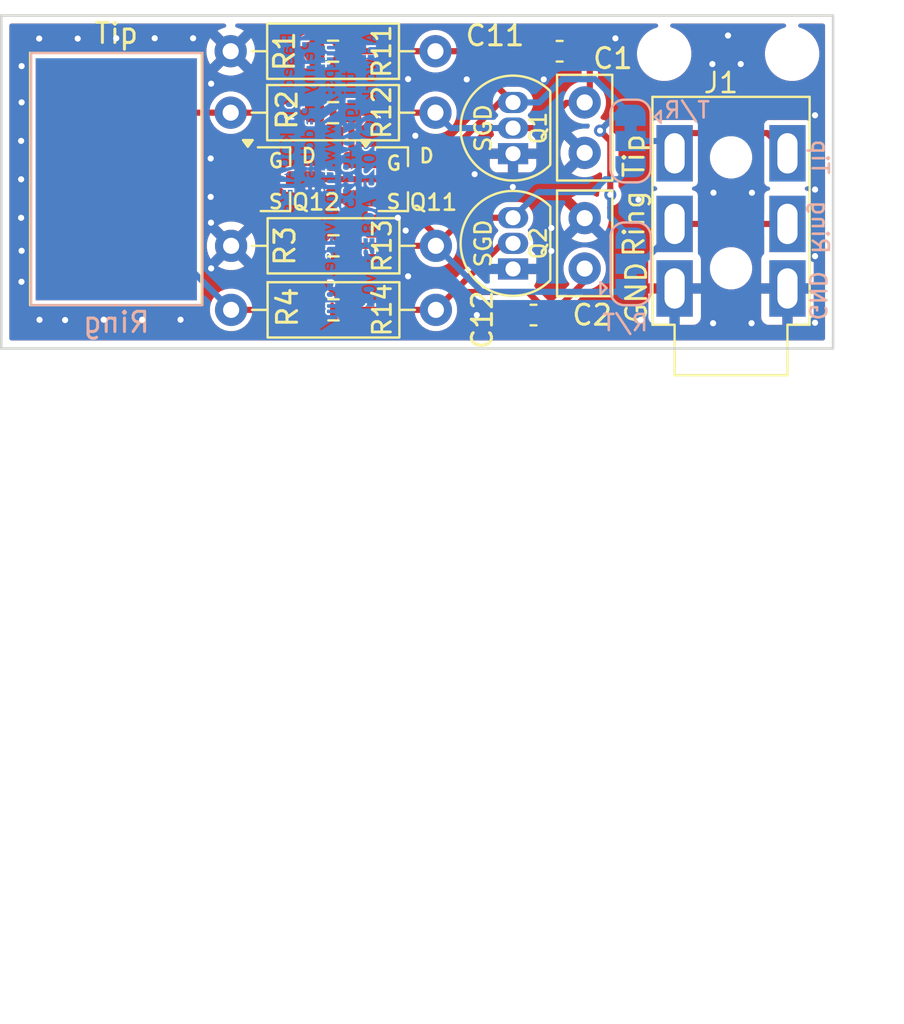
<source format=kicad_pcb>
(kicad_pcb (version 20241229) (generator "pcbnew") (generator_version "9.0")
  (title_block (title "Paddle Keyer") (date "2025-10-31") (rev "0.1") (comment 1 "https://www.thingiverse.com/thing:7049323") (comment 2 "Based on KD9AIE's 'Penny Paddles':") (comment 3 "Artwork (C)2025 AC8ES"))
  (layers (0 "F.Cu" signal) (2 "B.Cu" signal) (13 "F.Paste" user) (15 "B.Paste" user) (5 "F.SilkS" user "F.Silkscreen") (7 "B.SilkS" user "B.Silkscreen") (1 "F.Mask" user) (3 "B.Mask" user) (25 "Edge.Cuts" user))
  (net 0 "")
  (net 1 "GND")
  (net 2 "/Tip")
  (net 3 "/Ring")
  (net 4 "/G1")
  (net 5 "/G2")
  (net 6 "/TP1")
  (net 7 "/TP2")
  (net 8 "/TipSel")
  (net 9 "/RingSel")
  (footprint "Resistor_THT:R_Axial_DIN0207_L6.3mm_D2.5mm_P10.16mm_Horizontal" (layer "F.Cu") (at 153.017569 90.928163 180)
    (property "Reference" "R3" (at 7.493 0 90) (layer "F.SilkS"))
    (property "Value" "10M" (hide yes))
    (fp_line (start 9.12 0) (end 8.35 0) (stroke (width 0.12)) (layer "F.SilkS"))
    (fp_line (start 1.04 0) (end 1.81 0) (stroke (width 0.12)) (layer "F.SilkS"))
    (fp_rect (start 1.81 -1.37) (end 8.35 1.37) (stroke (width 0.12)) (fill no) (layer "F.SilkS"))
    (pad "1" thru_hole circle (at 0 0 180) (size 1.6 1.6) (drill 0.8) (layers "*.Cu" "*.Mask") (net 3 "/Ring"))
    (pad "2" thru_hole circle (at 10.16 0 180) (size 1.6 1.6) (drill 0.8) (layers "*.Cu" "*.Mask") (net 1 "GND"))
  )
  (footprint "Resistor_THT:R_Axial_DIN0207_L6.3mm_D2.5mm_P10.16mm_Horizontal" (layer "F.Cu") (at 152.996155 81.28 180)
    (property "Reference" "R1" (at 7.493 0 90) (layer "F.SilkS"))
    (property "Value" "10M" (hide yes))
    (fp_line (start 9.12 0) (end 8.35 0) (stroke (width 0.12)) (layer "F.SilkS"))
    (fp_line (start 1.04 0) (end 1.81 0) (stroke (width 0.12)) (layer "F.SilkS"))
    (fp_rect (start 1.81 -1.37) (end 8.35 1.37) (stroke (width 0.12)) (fill no) (layer "F.SilkS"))
    (pad "1" thru_hole circle (at 0 0 180) (size 1.6 1.6) (drill 0.8) (layers "*.Cu" "*.Mask") (net 2 "/Tip"))
    (pad "2" thru_hole circle (at 10.16 0 180) (size 1.6 1.6) (drill 0.8) (layers "*.Cu" "*.Mask") (net 1 "GND"))
  )
  (footprint "Resistor_SMD:R_0603_1608Metric_Pad0.98x0.95mm_HandSolder" (layer "F.Cu") (at 147.916155 81.28 180)
    (property "Reference" "R11" (at -2.413 0 90) (layer "F.SilkS") (effects (font (size 0.9 0.9) (thickness 0.14))))
    (property "Value" "10M" (hide yes))
    (fp_line (start -0.254724 0.5225) (end 0.254724 0.5225) (stroke (width 0.12)) (layer "F.SilkS"))
    (fp_line (start -0.254724 -0.5225) (end 0.254724 -0.5225) (stroke (width 0.12)) (layer "F.SilkS"))
    (pad "1" smd roundrect (at -0.9125 0 180) (size 0.975 0.95) (layers "F.Cu" "F.Mask" "F.Paste") (net 2 "/Tip"))
    (pad "2" smd roundrect (at 0.9125 0 180) (size 0.975 0.95) (layers "F.Cu" "F.Mask" "F.Paste") (net 1 "GND"))
  )
  (footprint "Capacitor_THT:C_Disc_D5.0mm_W2.5mm_P2.50mm" (layer "F.Cu") (at 160.401 92.055 90)
    (property "Reference" "C2" (at -2.306 0.369551 180) (layer "F.SilkS"))
    (property "Value" "330p" (hide yes))
    (fp_line (start 3.87 -1.37) (end 3.87 1.37) (stroke (width 0.12)) (layer "F.SilkS"))
    (fp_line (start -1.37 -1.37) (end 3.87 -1.37) (stroke (width 0.12)) (layer "F.SilkS"))
    (fp_line (start 3.87 1.37) (end -1.37 1.37) (stroke (width 0.12)) (layer "F.SilkS"))
    (fp_line (start -1.37 1.37) (end -1.37 -1.37) (stroke (width 0.12)) (layer "F.SilkS"))
    (pad "1" thru_hole circle (at 0 0 90) (size 1.6 1.6) (drill 0.8) (layers "*.Cu" "*.Mask") (net 5 "/G2"))
    (pad "2" thru_hole circle (at 2.5 0 90) (size 1.6 1.6) (drill 0.8) (layers "*.Cu" "*.Mask") (net 1 "GND"))
  )
  (footprint "Capacitor_SMD:C_0603_1608Metric_Pad1.08x0.95mm_HandSolder" (layer "F.Cu") (at 159.1575 81.28 180)
    (property "Reference" "C11" (at 3.206805 0.772131 180) (layer "F.SilkS"))
    (property "Value" "330p" (hide yes))
    (fp_line (start -0.146267 0.51) (end 0.146267 0.51) (stroke (width 0.12)) (layer "F.SilkS"))
    (fp_line (start -0.146267 -0.51) (end 0.146267 -0.51) (stroke (width 0.12)) (layer "F.SilkS"))
    (pad "1" smd roundrect (at -0.8625 0 180) (size 1.075 0.95) (layers "F.Cu" "F.Mask" "F.Paste") (net 4 "/G1"))
    (pad "2" smd roundrect (at 0.8625 0 180) (size 1.075 0.95) (layers "F.Cu" "F.Mask" "F.Paste") (net 1 "GND"))
  )
  (footprint "Resistor_THT:R_Axial_DIN0207_L6.3mm_D2.5mm_P10.16mm_Horizontal" (layer "F.Cu") (at 142.836155 84.326417)
    (property "Reference" "R2" (at 2.794 -0.14 90) (layer "F.SilkS"))
    (property "Value" "1M" (hide yes))
    (fp_line (start 1.04 0) (end 1.81 0) (stroke (width 0.12)) (layer "F.SilkS"))
    (fp_line (start 9.12 0) (end 8.35 0) (stroke (width 0.12)) (layer "F.SilkS"))
    (fp_rect (start 1.81 -1.37) (end 8.35 1.37) (stroke (width 0.12)) (fill no) (layer "F.SilkS"))
    (pad "1" thru_hole circle (at 0 0) (size 1.6 1.6) (drill 0.8) (layers "*.Cu" "*.Mask") (net 6 "/TP1"))
    (pad "2" thru_hole circle (at 10.16 0) (size 1.6 1.6) (drill 0.8) (layers "*.Cu" "*.Mask") (net 4 "/G1"))
  )
  (footprint "ac8es:TO-92_Inline_SGD" (layer "F.Cu") (at 156.845 86.36 90)
    (property "Reference" "Q1" (at 1.27 1.256187 90) (layer "F.SilkS") (effects (font (size 0.8 0.8) (thickness 0.13))))
    (property "Value" "2N7000")
    (fp_line (start -0.53 1.85) (end 3.07 1.85) (stroke (width 0.12)) (layer "F.SilkS"))
    (fp_arc (start 1.27 -2.6) (mid 3.672087 -0.994977) (end 3.108478 1.838478) (stroke (width 0.12)) (layer "F.SilkS"))
    (fp_arc (start -0.568478 1.838478) (mid -1.132087 -0.994977) (end 1.27 -2.6) (stroke (width 0.12)) (layer "F.SilkS"))
    (fp_text user "SGD" (at -0.000148 -1.009843 90) (layer "F.SilkS") (effects (font (size 0.8 0.8) (thickness 0.13)) (justify left bottom)))
    (pad "1" thru_hole rect (at 0 0 90) (size 1.05 1.5) (drill 0.75) (layers "*.Cu" "*.Mask") (net 1 "GND"))
    (pad "2" thru_hole oval (at 1.27 0 90) (size 1.05 1.5) (drill 0.75) (layers "*.Cu" "*.Mask") (net 4 "/G1"))
    (pad "3" thru_hole oval (at 2.54 0 90) (size 1.05 1.5) (drill 0.75) (layers "*.Cu" "*.Mask") (net 2 "/Tip"))
  )
  (footprint "Resistor_SMD:R_0603_1608Metric_Pad0.98x0.95mm_HandSolder" (layer "F.Cu") (at 147.937569 90.928163 180)
    (property "Reference" "R13" (at -2.413 0 90) (layer "F.SilkS") (effects (font (size 0.9 0.9) (thickness 0.14))))
    (property "Value" "10M" (hide yes))
    (fp_line (start -0.254724 0.5225) (end 0.254724 0.5225) (stroke (width 0.12)) (layer "F.SilkS"))
    (fp_line (start -0.254724 -0.5225) (end 0.254724 -0.5225) (stroke (width 0.12)) (layer "F.SilkS"))
    (pad "1" smd roundrect (at -0.9125 0 180) (size 0.975 0.95) (layers "F.Cu" "F.Mask" "F.Paste") (net 3 "/Ring"))
    (pad "2" smd roundrect (at 0.9125 0 180) (size 0.975 0.95) (layers "F.Cu" "F.Mask" "F.Paste") (net 1 "GND"))
  )
  (footprint "ac8es:Jack_3.5mm_AliExpress_Horizontal" (layer "F.Cu") (at 167.662733 93.042 180)
    (property "Reference" "J1" (at 0.499535 10.196 0) (layer "F.SilkS") (effects (font (thickness 0.13))))
    (property "Value" "PJ-313" (hide yes))
    (fp_line (start 3.9 9.5) (end -3.9 9.5) (stroke (width 0.12)) (layer "F.SilkS"))
    (fp_line (start 3.9 -1.8) (end 3.9 9.5) (stroke (width 0.12)) (layer "F.SilkS"))
    (fp_line (start 3.9 -1.8) (end 2.8 -1.8) (stroke (width 0.12)) (layer "F.SilkS"))
    (fp_line (start 2.8 -4.3) (end 2.8 -1.8) (stroke (width 0.12)) (layer "F.SilkS"))
    (fp_line (start 2.8 -4.3) (end -2.8 -4.3) (stroke (width 0.12)) (layer "F.SilkS"))
    (fp_line (start -2.8 -1.8) (end -3.9 -1.8) (stroke (width 0.12)) (layer "F.SilkS"))
    (fp_line (start -2.8 -4.3) (end -2.8 -1.8) (stroke (width 0.12)) (layer "F.SilkS"))
    (fp_line (start -3.9 -1.8) (end -3.9 9.5) (stroke (width 0.12)) (layer "F.SilkS"))
    (pad "" np_thru_hole circle (at 0 1 180) (size 1.6 1.6) (drill 1.6) (layers "*.Cu" "*.Mask"))
    (pad "" np_thru_hole circle (at 0 6.5 180) (size 1.6 1.6) (drill 1.6) (layers "*.Cu" "*.Mask"))
    (pad "R" thru_hole rect (at -2.8 3.2 270) (size 2.8 1.8) (drill oval 2 1) (layers "*.Cu" "*.Mask") (net 9 "/RingSel"))
    (pad "R" thru_hole rect (at 2.8 3.2 270) (size 2.8 1.8) (drill oval 2 1) (layers "*.Cu" "*.Mask") (net 9 "/RingSel"))
    (pad "S" thru_hole rect (at -2.8 0 270) (size 2.8 1.8) (drill oval 2 1) (layers "*.Cu" "*.Mask") (net 1 "GND"))
    (pad "S" thru_hole rect (at 2.8 0 270) (size 2.8 1.8) (drill oval 2 1) (layers "*.Cu" "*.Mask") (net 1 "GND"))
    (pad "T" thru_hole rect (at -2.8 6.7 270) (size 2.8 1.8) (drill oval 2 1) (layers "*.Cu" "*.Mask") (net 8 "/TipSel"))
    (pad "T" thru_hole rect (at 2.8 6.7 270) (size 2.8 1.8) (drill oval 2 1) (layers "*.Cu" "*.Mask") (net 8 "/TipSel"))
  )
  (footprint "Resistor_SMD:R_0603_1608Metric_Pad0.98x0.95mm_HandSolder" (layer "F.Cu") (at 147.916155 84.326417)
    (property "Reference" "R12" (at 2.413 -0.013 90) (layer "F.SilkS") (effects (font (size 0.9 0.9) (thickness 0.14))))
    (property "Value" "1M" (hide yes))
    (fp_line (start -0.254724 -0.5225) (end 0.254724 -0.5225) (stroke (width 0.12)) (layer "F.SilkS"))
    (fp_line (start -0.254724 0.5225) (end 0.254724 0.5225) (stroke (width 0.12)) (layer "F.SilkS"))
    (pad "1" smd roundrect (at -0.9125 0) (size 0.975 0.95) (layers "F.Cu" "F.Mask" "F.Paste") (net 6 "/TP1"))
    (pad "2" smd roundrect (at 0.9125 0) (size 0.975 0.95) (layers "F.Cu" "F.Mask" "F.Paste") (net 4 "/G1"))
  )
  (footprint "ac8es:TO-92_Inline_SGD" (layer "F.Cu") (at 156.845 92.075 90)
    (property "Reference" "Q2" (at 1.27 1.256974 90) (layer "F.SilkS") (effects (font (size 0.8 0.8) (thickness 0.13))))
    (property "Value" "2N7000")
    (fp_line (start -0.53 1.85) (end 3.07 1.85) (stroke (width 0.12)) (layer "F.SilkS"))
    (fp_arc (start 1.27 -2.6) (mid 3.672087 -0.994977) (end 3.108478 1.838478) (stroke (width 0.12)) (layer "F.SilkS"))
    (fp_arc (start -0.568478 1.838478) (mid -1.132087 -0.994977) (end 1.27 -2.6) (stroke (width 0.12)) (layer "F.SilkS"))
    (fp_text user "SGD" (at -0.000148 -1.009843 90) (layer "F.SilkS") (effects (font (size 0.8 0.8) (thickness 0.13)) (justify left bottom)))
    (pad "1" thru_hole rect (at 0 0 90) (size 1.05 1.5) (drill 0.75) (layers "*.Cu" "*.Mask") (net 1 "GND"))
    (pad "2" thru_hole oval (at 1.27 0 90) (size 1.05 1.5) (drill 0.75) (layers "*.Cu" "*.Mask") (net 5 "/G2"))
    (pad "3" thru_hole oval (at 2.54 0 90) (size 1.05 1.5) (drill 0.75) (layers "*.Cu" "*.Mask") (net 3 "/Ring"))
  )
  (footprint "Resistor_SMD:R_0603_1608Metric_Pad0.98x0.95mm_HandSolder" (layer "F.Cu") (at 147.937569 94.103163)
    (property "Reference" "R14" (at 2.413 0 90) (layer "F.SilkS") (effects (font (size 0.9 0.9) (thickness 0.14))))
    (property "Value" "1M" (hide yes))
    (fp_line (start -0.254724 -0.5225) (end 0.254724 -0.5225) (stroke (width 0.12)) (layer "F.SilkS"))
    (fp_line (start -0.254724 0.5225) (end 0.254724 0.5225) (stroke (width 0.12)) (layer "F.SilkS"))
    (pad "1" smd roundrect (at -0.9125 0) (size 0.975 0.95) (layers "F.Cu" "F.Mask" "F.Paste") (net 7 "/TP2"))
    (pad "2" smd roundrect (at 0.9125 0) (size 0.975 0.95) (layers "F.Cu" "F.Mask" "F.Paste") (net 5 "/G2"))
  )
  (footprint "ac8es:SOT-23_MOSFET_GSD_Handsoldering" (layer "F.Cu") (at 145.026388 87.6255)
    (property "Reference" "Q12" (at 2.039612 1.135701 0) (layer "F.SilkS") (effects (font (size 0.8 0.8) (thickness 0.13))))
    (property "Value" "Si2300")
    (fp_line (start -0.04 -1.58) (end -0.84 -1.58) (stroke (width 0.12)) (layer "F.SilkS"))
    (fp_line (start -0.04 -1.58) (end 0.76 -1.58) (stroke (width 0.12)) (layer "F.SilkS"))
    (fp_line (start 0.76 -1.58) (end 0.76 -0.65) (stroke (width 0.12)) (layer "F.SilkS"))
    (fp_line (start 0.76 1.58) (end -0.7 1.58) (stroke (width 0.12)) (layer "F.SilkS"))
    (fp_line (start 0.76 1.58) (end 0.76 0.65) (stroke (width 0.12)) (layer "F.SilkS"))
    (fp_poly (pts (xy -1.34 -1.61) (xy -1.58 -1.94) (xy -1.1 -1.94) (xy -1.34 -1.61)) (stroke (width 0.12)) (fill yes) (layer "F.SilkS"))
    (fp_text user "D" (at 1.25 -0.75 0) (layer "F.SilkS") (effects (font (size 0.7 0.7) (thickness 0.13) (bold yes)) (justify left bottom)))
    (fp_text user "S" (at -0.373388 1.528482 0) (layer "F.SilkS") (effects (font (size 0.7 0.7) (thickness 0.13) (bold yes)) (justify left bottom)))
    (fp_text user "G" (at -0.382567 -0.5035 0) (layer "F.SilkS") (effects (font (size 0.7 0.7) (thickness 0.13) (bold yes)) (justify left bottom)))
    (pad "1" smd roundrect (at -1.5 -0.95) (size 1.9 0.8) (layers "F.Cu" "F.Mask" "F.Paste") (net 5 "/G2"))
    (pad "2" smd roundrect (at -1.5 0.95) (size 1.9 0.8) (layers "F.Cu" "F.Mask" "F.Paste") (net 1 "GND"))
    (pad "3" smd roundrect (at 1.5 0) (size 1.9 0.8) (layers "F.Cu" "F.Mask" "F.Paste") (net 3 "/Ring"))
  )
  (footprint "ac8es:SOT-23_MOSFET_GSD_Handsoldering" (layer "F.Cu") (at 150.873918 87.6255)
    (property "Reference" "Q11" (at 2.0193 1.1475 0) (layer "F.SilkS") (effects (font (size 0.8 0.8) (thickness 0.13))))
    (property "Value" "Si2300")
    (fp_line (start -0.04 -1.58) (end -0.84 -1.58) (stroke (width 0.12)) (layer "F.SilkS"))
    (fp_line (start -0.04 -1.58) (end 0.76 -1.58) (stroke (width 0.12)) (layer "F.SilkS"))
    (fp_line (start 0.76 -1.58) (end 0.76 -0.65) (stroke (width 0.12)) (layer "F.SilkS"))
    (fp_line (start 0.76 1.58) (end -0.7 1.58) (stroke (width 0.12)) (layer "F.SilkS"))
    (fp_line (start 0.76 1.58) (end 0.76 0.65) (stroke (width 0.12)) (layer "F.SilkS"))
    (fp_poly (pts (xy -1.34 -1.61) (xy -1.58 -1.94) (xy -1.1 -1.94) (xy -1.34 -1.61)) (stroke (width 0.12)) (fill yes) (layer "F.SilkS"))
    (fp_text user "D" (at 1.25 -0.75 0) (layer "F.SilkS") (effects (font (size 0.7 0.7) (thickness 0.13) (bold yes)) (justify left bottom)))
    (fp_text user "G" (at -0.37913 -0.3765 0) (layer "F.SilkS") (effects (font (size 0.7 0.7) (thickness 0.13) (bold yes)) (justify left bottom)))
    (fp_text user "S" (at -0.378918 1.528288 0) (layer "F.SilkS") (effects (font (size 0.7 0.7) (thickness 0.13) (bold yes)) (justify left bottom)))
    (pad "1" smd roundrect (at -1.5 -0.95) (size 1.9 0.8) (layers "F.Cu" "F.Mask" "F.Paste") (net 4 "/G1"))
    (pad "2" smd roundrect (at -1.5 0.95) (size 1.9 0.8) (layers "F.Cu" "F.Mask" "F.Paste") (net 1 "GND"))
    (pad "3" smd roundrect (at 1.5 0) (size 1.9 0.8) (layers "F.Cu" "F.Mask" "F.Paste") (net 2 "/Tip"))
  )
  (footprint "Capacitor_THT:C_Disc_D5.0mm_W2.5mm_P2.50mm" (layer "F.Cu") (at 160.401 83.82 -90)
    (property "Reference" "C1" (at -2.179 -1.397 180) (layer "F.SilkS"))
    (property "Value" "330p" (hide yes))
    (fp_line (start -1.37 1.37) (end -1.37 -1.37) (stroke (width 0.12)) (layer "F.SilkS"))
    (fp_line (start 3.87 1.37) (end -1.37 1.37) (stroke (width 0.12)) (layer "F.SilkS"))
    (fp_line (start -1.37 -1.37) (end 3.87 -1.37) (stroke (width 0.12)) (layer "F.SilkS"))
    (fp_line (start 3.87 -1.37) (end 3.87 1.37) (stroke (width 0.12)) (layer "F.SilkS"))
    (pad "1" thru_hole circle (at 0 0 270) (size 1.6 1.6) (drill 0.8) (layers "*.Cu" "*.Mask") (net 4 "/G1"))
    (pad "2" thru_hole circle (at 2.5 0 270) (size 1.6 1.6) (drill 0.8) (layers "*.Cu" "*.Mask") (net 1 "GND"))
  )
  (footprint "MountingHole:MountingHole_2.2mm_M2_DIN965" (layer "F.Cu") (at 164.34562 81.407)
    (property "Reference" "H1" (hide yes))
    (property "Value" "M2.2" (hide yes))
    (pad "" np_thru_hole circle (at 0 0) (size 2.2 2.2) (drill 2.2) (layers "*.Cu" "*.Mask"))
  )
  (footprint "ac8es:TestPoint_Pad_8.0x12.0mm" (layer "F.Cu") (at 137.159474 87.63)
    (property "Reference" "TP1" (hide yes))
    (property "Value" "Tip" (at 0.000526 -7.239414 0) (layer "F.SilkS"))
    (fp_rect (start -4.274267 -6.263183) (end 4.225733 6.236817) (stroke (width 0.12)) (fill no) (layer "F.SilkS"))
    (pad "1" smd rect (at 0 0) (size 8 12) (layers "F.Cu" "F.Mask") (net 6 "/TP1"))
  )
  (footprint "Resistor_THT:R_Axial_DIN0207_L6.3mm_D2.5mm_P10.16mm_Horizontal" (layer "F.Cu") (at 142.857569 94.103163)
    (property "Reference" "R4" (at 2.794 -0.127 90) (layer "F.SilkS"))
    (property "Value" "1M" (hide yes))
    (fp_line (start 1.04 0) (end 1.81 0) (stroke (width 0.12)) (layer "F.SilkS"))
    (fp_line (start 9.12 0) (end 8.35 0) (stroke (width 0.12)) (layer "F.SilkS"))
    (fp_rect (start 1.81 -1.37) (end 8.35 1.37) (stroke (width 0.12)) (fill no) (layer "F.SilkS"))
    (pad "1" thru_hole circle (at 0 0) (size 1.6 1.6) (drill 0.8) (layers "*.Cu" "*.Mask") (net 7 "/TP2"))
    (pad "2" thru_hole circle (at 10.16 0) (size 1.6 1.6) (drill 0.8) (layers "*.Cu" "*.Mask") (net 5 "/G2"))
  )
  (footprint "MountingHole:MountingHole_2.2mm_M2_DIN965" (layer "F.Cu") (at 170.69531 81.407)
    (property "Reference" "H2" (hide yes))
    (property "Value" "M2.2" (hide yes))
    (pad "" np_thru_hole circle (at 0 0) (size 2.2 2.2) (drill 2.2) (layers "*.Cu" "*.Mask"))
  )
  (footprint "Capacitor_SMD:C_0603_1608Metric_Pad1.08x0.95mm_HandSolder" (layer "F.Cu") (at 157.861 94.361 180)
    (property "Reference" "C12" (at 2.54 -0.233186 270) (layer "F.SilkS"))
    (property "Value" "330p" (hide yes))
    (fp_line (start -0.146267 0.51) (end 0.146267 0.51) (stroke (width 0.12)) (layer "F.SilkS"))
    (fp_line (start -0.146267 -0.51) (end 0.146267 -0.51) (stroke (width 0.12)) (layer "F.SilkS"))
    (pad "1" smd roundrect (at -0.8625 0 180) (size 1.075 0.95) (layers "F.Cu" "F.Mask" "F.Paste") (net 5 "/G2"))
    (pad "2" smd roundrect (at 0.8625 0 180) (size 1.075 0.95) (layers "F.Cu" "F.Mask" "F.Paste") (net 1 "GND"))
  )
  (footprint "ac8es:TestPoint_Pad_8.0x12.0mm" (layer "B.Cu") (at 137.159474 87.63 180)
    (property "Reference" "TP2" (hide yes))
    (property "Value" "Ring" (at -0.000526 -7.090117 0) (layer "B.SilkS") (effects (justify mirror)))
    (fp_rect (start -4.274267 6.263183) (end 4.225733 -6.236817) (stroke (width 0.12)) (fill no) (layer "B.SilkS"))
    (pad "1" smd rect (at 0 0 180) (size 8 12) (layers "B.Cu" "B.Mask") (net 7 "/TP2"))
  )
  (footprint "Jumper:SolderJumper-3_P1.3mm_Bridged12_RoundedPad1.0x1.5mm" (layer "B.Cu") (at 162.685964 91.821 90)
    (property "Reference" "JP2" (hide yes))
    (property "Value" "R/T" (at -2.921 -0.27076 0) (layer "B.SilkS") (effects (font (size 0.8 0.8) (thickness 0.13)) (justify mirror)))
    (fp_poly (pts (xy -0.9 0.3) (xy -0.4 0.3) (xy -0.4 -0.3) (xy -0.9 -0.3)) (fill yes) (layer "B.Cu"))
    (fp_line (start -1.5 -1.5) (end -0.9 -1.5) (stroke (width 0.12)) (layer "B.SilkS"))
    (fp_line (start -1.2 -1.2) (end -0.9 -1.5) (stroke (width 0.12)) (layer "B.SilkS"))
    (fp_line (start -1.2 -1.2) (end -1.5 -1.5) (stroke (width 0.12)) (layer "B.SilkS"))
    (fp_line (start 1.4 -1) (end -1.4 -1) (stroke (width 0.12)) (layer "B.SilkS"))
    (fp_line (start -2.05 -0.3) (end -2.05 0.3) (stroke (width 0.12)) (layer "B.SilkS"))
    (fp_line (start 2.05 0.3) (end 2.05 -0.3) (stroke (width 0.12)) (layer "B.SilkS"))
    (fp_line (start -1.4 1) (end 1.4 1) (stroke (width 0.12)) (layer "B.SilkS"))
    (fp_arc (start 1.35 -1) (mid 1.844975 -0.794975) (end 2.05 -0.3) (stroke (width 0.12)) (layer "B.SilkS"))
    (fp_arc (start -2.05 -0.3) (mid -1.844975 -0.794975) (end -1.35 -1) (stroke (width 0.12)) (layer "B.SilkS"))
    (fp_arc (start 2.05 0.3) (mid 1.844975 0.794975) (end 1.35 1) (stroke (width 0.12)) (layer "B.SilkS"))
    (fp_arc (start -1.35 1) (mid -1.844975 0.794975) (end -2.05 0.3) (stroke (width 0.12)) (layer "B.SilkS"))
    (pad "1" smd custom (at -1.3 0 90) (size 1 0.5) (layers "B.Cu" "B.Mask") (net 3 "/Ring") (options (clearance outline) (anchor rect)) (primitives (gr_circle (center 0 -0.25) (end 0.5 -0.25) (width 0) (fill yes)) (gr_circle (center 0 0.25) (end 0.5 0.25) (width 0) (fill yes)) (gr_poly (pts (xy 0.55 -0.75) (xy 0 -0.75) (xy 0 0.75) (xy 0.55 0.75)) (width 0) (fill yes))))
    (pad "2" smd rect (at 0 0 90) (size 1 1.5) (layers "B.Cu" "B.Mask") (net 9 "/RingSel"))
    (pad "3" smd custom (at 1.3 0 90) (size 1 0.5) (layers "B.Cu" "B.Mask") (net 2 "/Tip") (options (clearance outline) (anchor rect)) (primitives (gr_circle (center 0 -0.25) (end 0.5 -0.25) (width 0) (fill yes)) (gr_circle (center 0 0.25) (end 0.5 0.25) (width 0) (fill yes)) (gr_poly (pts (xy 0 -0.75) (xy -0.55 -0.75) (xy -0.55 0.75) (xy 0 0.75)) (width 0) (fill yes))))
  )
  (footprint "Jumper:SolderJumper-3_P1.3mm_Bridged12_RoundedPad1.0x1.5mm" (layer "B.Cu") (at 162.677499 85.731758 -90)
    (property "Reference" "JP1" (hide yes))
    (property "Value" "T/R" (at -1.534618 -2.803501 180) (layer "B.SilkS") (effects (font (size 0.8 0.8) (thickness 0.13)) (justify mirror)))
    (fp_poly (pts (xy -0.9 0.3) (xy -0.4 0.3) (xy -0.4 -0.3) (xy -0.9 -0.3)) (fill yes) (layer "B.Cu"))
    (fp_line (start -1.4 1) (end 1.4 1) (stroke (width 0.12)) (layer "B.SilkS"))
    (fp_line (start 2.05 0.3) (end 2.05 -0.3) (stroke (width 0.12)) (layer "B.SilkS"))
    (fp_line (start -2.05 -0.3) (end -2.05 0.3) (stroke (width 0.12)) (layer "B.SilkS"))
    (fp_line (start 1.4 -1) (end -1.4 -1) (stroke (width 0.12)) (layer "B.SilkS"))
    (fp_line (start -1.2 -1.2) (end -1.5 -1.5) (stroke (width 0.12)) (layer "B.SilkS"))
    (fp_line (start -1.2 -1.2) (end -0.9 -1.5) (stroke (width 0.12)) (layer "B.SilkS"))
    (fp_line (start -1.5 -1.5) (end -0.9 -1.5) (stroke (width 0.12)) (layer "B.SilkS"))
    (fp_arc (start -1.35 1) (mid -1.844975 0.794975) (end -2.05 0.3) (stroke (width 0.12)) (layer "B.SilkS"))
    (fp_arc (start 2.05 0.3) (mid 1.844975 0.794975) (end 1.35 1) (stroke (width 0.12)) (layer "B.SilkS"))
    (fp_arc (start -2.05 -0.3) (mid -1.844975 -0.794975) (end -1.35 -1) (stroke (width 0.12)) (layer "B.SilkS"))
    (fp_arc (start 1.35 -1) (mid 1.844975 -0.794975) (end 2.05 -0.3) (stroke (width 0.12)) (layer "B.SilkS"))
    (pad "1" smd custom (at -1.3 0 270) (size 1 0.5) (layers "B.Cu" "B.Mask") (net 2 "/Tip") (options (clearance outline) (anchor rect)) (primitives (gr_circle (center 0 -0.25) (end 0.5 -0.25) (width 0) (fill yes)) (gr_circle (center 0 0.25) (end 0.5 0.25) (width 0) (fill yes)) (gr_poly (pts (xy 0.55 -0.75) (xy 0 -0.75) (xy 0 0.75) (xy 0.55 0.75)) (width 0) (fill yes))))
    (pad "2" smd rect (at 0 0 270) (size 1 1.5) (layers "B.Cu" "B.Mask") (net 8 "/TipSel"))
    (pad "3" smd custom (at 1.3 0 270) (size 1 0.5) (layers "B.Cu" "B.Mask") (net 3 "/Ring") (options (clearance outline) (anchor rect)) (primitives (gr_circle (center 0 -0.25) (end 0.5 -0.25) (width 0) (fill yes)) (gr_circle (center 0 0.25) (end 0.5 0.25) (width 0) (fill yes)) (gr_poly (pts (xy 0 -0.75) (xy -0.55 -0.75) (xy -0.55 0.75) (xy 0 0.75)) (width 0) (fill yes))))
  )
  (gr_rect (start 131.452672 79.509336) (end 172.727672 96.019336) (stroke (width 0.127)) (fill no) (layer "Edge.Cuts"))
  (gr_text "Based on KD9AIE's \n'Penny Paddles':\n https://www.thingiverse.com/\n    thing:7049323\nArtwork (C)2025 AC8ES; v${REVISION}" (at 150.092988 80.277012 90) (layer "B.Cu" knockout) (effects (font (size 0.63 0.63) (thickness 0.09)) (justify left bottom mirror)))
  (gr_text "Ring" (at 163.428338 91.567 90) (layer "F.SilkS") (effects (font (size 1 1) (thickness 0.14)) (justify left bottom)))
  (gr_text "Tip" (at 163.428338 87.63 90) (layer "F.SilkS") (effects (font (size 1 1) (thickness 0.14)) (justify left bottom)))
  (gr_text "GND" (at 163.554043 94.869 90) (layer "F.SilkS") (effects (font (size 1 1) (thickness 0.14)) (justify left bottom)))
  (gr_text "GND" (at 171.486095 94.7072 270) (layer "B.SilkS") (effects (font (size 0.8 0.8) (thickness 0.13)) (justify left bottom mirror)))
  (gr_text "Ring" (at 171.6118 91.4052 270) (layer "B.SilkS") (effects (font (size 0.8 0.8) (thickness 0.13)) (justify left bottom mirror)))
  (gr_text "Tip" (at 171.6118 87.4682 270) (layer "B.SilkS") (effects (font (size 0.8 0.8) (thickness 0.13)) (justify left bottom mirror)))
  (segment (start 147.025069 90.928163) (end 147.025069 90.924349) (width 0.508) (layer "F.Cu") (net 1))
  (segment (start 158.295 81.28) (end 158.295 82.603) (width 0.3048) (layer "F.Cu") (net 1))
  (segment (start 150.1705 88.5755) (end 151.13 89.535) (width 0.508) (layer "F.Cu") (net 1))
  (segment (start 147.025069 90.924349) (end 149.373918 88.5755) (width 0.508) (layer "F.Cu") (net 1))
  (segment (start 158.295 82.603) (end 158.369 82.677) (width 0.3048) (layer "F.Cu") (net 1))
  (segment (start 149.373918 88.5755) (end 150.1705 88.5755) (width 0.508) (layer "F.Cu") (net 1))
  (segment (start 151.518345 89.923345) (end 151.518345 90.17) (width 0.508) (layer "F.Cu") (net 1))
  (segment (start 151.13 89.535) (end 151.518345 89.923345) (width 0.508) (layer "F.Cu") (net 1))
  (via (at 168.681017 94.765284) (size 0.6096) (drill 0.3048) (layers "F.Cu" "B.Cu") (net 1))
  (via (at 151.997609 85.471) (size 0.6096) (drill 0.3048) (layers "F.Cu" "B.Cu") (net 1))
  (via (at 135.245002 80.653541) (size 0.6096) (drill 0.3048) (layers "F.Cu" "B.Cu") (net 1))
  (via (at 141.842573 88.501759) (size 0.6096) (drill 0.3048) (layers "F.Cu" "B.Cu") (net 1))
  (via (at 155.046709 94.361) (size 0.6096) (drill 0.3048) (layers "F.Cu" "B.Cu") (net 1))
  (via (at 166.790878 88.295771) (size 0.6096) (drill 0.3048) (layers "F.Cu" "B.Cu") (net 1))
  (via (at 151.13 89.535) (size 0.6096) (drill 0.3048) (layers "F.Cu" "B.Cu") (net 1))
  (via (at 167.513 80.500998) (size 0.6096) (drill 0.3048) (layers "F.Cu" "B.Cu") (net 1))
  (via (at 141.866488 82.889966) (size 0.6096) (drill 0.3048) (layers "F.Cu" "B.Cu") (net 1))
  (via (at 158.749201 90.042201) (size 0.6) (drill 0.3) (layers "F.Cu" "B.Cu") (net 1))
  (via (at 166.737516 81.915) (size 0.6096) (drill 0.3048) (layers "F.Cu" "B.Cu") (net 1))
  (via (at 141.842573 86.597226) (size 0.6096) (drill 0.3048) (layers "F.Cu" "B.Cu") (net 1))
  (via (at 161.925 80.641131) (size 0.6096) (drill 0.3048) (layers "F.Cu" "B.Cu") (net 1))
  (via (at 163.177061 94.597061) (size 0.6096) (drill 0.3048) (layers "F.Cu" "B.Cu") (net 1))
  (via (at 151.638 92.439624) (size 0.6096) (drill 0.3048) (layers "F.Cu" "B.Cu") (net 1))
  (via (at 139.065467 80.636073) (size 0.6096) (drill 0.3048) (layers "F.Cu" "B.Cu") (net 1))
  (via (at 151.638 82.660814) (size 0.6096) (drill 0.3048) (layers "F.Cu" "B.Cu") (net 1))
  (via (at 132.437085 87.63) (size 0.6096) (drill 0.3048) (layers "F.Cu" "B.Cu") (net 1))
  (via (at 158.369 82.677) (size 0.6) (drill 0.3) (layers "F.Cu" "B.Cu") (net 1))
  (via (at 171.831 88.138) (size 0.6096) (drill 0.3048) (layers "F.Cu" "B.Cu") (net 1))
  (via (at 171.831 91.44) (size 0.6096) (drill 0.3048) (layers "F.Cu" "B.Cu") (net 1))
  (via (at 141.859 89.780974) (size 0.6096) (drill 0.3048) (layers "F.Cu" "B.Cu") (net 1))
  (via (at 141.866488 92.046223) (size 0.6096) (drill 0.3048) (layers "F.Cu" "B.Cu") (net 1))
  (via (at 168.699733 88.295771) (size 0.6096) (drill 0.3048) (layers "F.Cu" "B.Cu") (net 1))
  (via (at 163.068 88.641816) (size 0.6) (drill 0.3) (layers "F.Cu" "B.Cu") (net 1))
  (via (at 166.772162 94.765284) (size 0.6096) (drill 0.3048) (layers "F.Cu" "B.Cu") (net 1))
  (via (at 132.437085 89.538388) (size 0.6096) (drill 0.3048) (layers "F.Cu" "B.Cu") (net 1))
  (via (at 132.461 91.174464) (size 0.6096) (drill 0.3048) (layers "F.Cu" "B.Cu") (net 1))
  (via (at 140.97 80.636073) (size 0.6096) (drill 0.3048) (layers "F.Cu" "B.Cu") (net 1))
  (via (at 158.749201 91.185201) (size 0.6) (drill 0.3) (layers "F.Cu" "B.Cu") (net 1))
  (via (at 132.453512 92.71) (size 0.6096) (drill 0.3048) (layers "F.Cu" "B.Cu") (net 1))
  (via (at 154.94 87.376) (size 0.6) (drill 0.3) (layers "F.Cu" "B.Cu") (net 1))
  (via (at 168.144202 81.915) (size 0.6096) (drill 0.3048) (layers "F.Cu" "B.Cu") (net 1))
  (via (at 132.437085 85.725467) (size 0.6096) (drill 0.3048) (layers "F.Cu" "B.Cu") (net 1))
  (via (at 140.347181 94.591467) (size 0.6096) (drill 0.3048) (layers "F.Cu" "B.Cu") (net 1))
  (via (at 136.53426 94.591467) (size 0.6096) (drill 0.3048) (layers "F.Cu" "B.Cu") (net 1))
  (via (at 134.62 94.607536) (size 0.6096) (drill 0.3048) (layers "F.Cu" "B.Cu") (net 1))
  (via (at 154.548797 82.677) (size 0.6096) (drill 0.3048) (layers "F.Cu" "B.Cu") (net 1))
  (via (at 171.831 94.742) (size 0.6096) (drill 0.3048) (layers "F.Cu" "B.Cu") (net 1))
  (via (at 151.518345 90.17) (size 0.6096) (drill 0.3048) (layers "F.Cu" "B.Cu") (net 1))
  (via (at 171.831 84.455) (size 0.6096) (drill 0.3048) (layers "F.Cu" "B.Cu") (net 1))
  (via (at 137.157079 80.636073) (size 0.6096) (drill 0.3048) (layers "F.Cu" "B.Cu") (net 1))
  (via (at 133.35 94.597364) (size 0.6096) (drill 0.3048) (layers "F.Cu" "B.Cu") (net 1))
  (via (at 156.835008 88.011) (size 0.6) (drill 0.3) (layers "F.Cu" "B.Cu") (net 1))
  (via (at 138.442648 94.591467) (size 0.6096) (drill 0.3048) (layers "F.Cu" "B.Cu") (net 1))
  (via (at 132.461 82.018207) (size 0.6096) (drill 0.3048) (layers "F.Cu" "B.Cu") (net 1))
  (via (at 133.333452 80.653541) (size 0.6096) (drill 0.3048) (layers "F.Cu" "B.Cu") (net 1))
  (via (at 132.461 83.81523) (size 0.6096) (drill 0.3048) (layers "F.Cu" "B.Cu") (net 1))
  (segment (start 157.07 86.36) (end 156.845 86.36) (width 0.3048) (layer "B.Cu") (net 1))
  (segment (start 152.996155 81.28) (end 154.305 81.28) (width 0.3048) (layer "F.Cu") (net 2))
  (segment (start 161.671 88.392) (end 161.671 85.725) (width 0.3048) (layer "F.Cu") (net 2))
  (segment (start 153.264738 81.011417) (end 152.996155 81.28) (width 0.3048) (layer "F.Cu") (net 2))
  (segment (start 154.305 81.28) (end 156.845 83.82) (width 0.3048) (layer "F.Cu") (net 2))
  (segment (start 152.996155 81.28) (end 152.727572 81.011417) (width 0.3048) (layer "F.Cu") (net 2))
  (segment (start 156.179418 83.82) (end 156.845 83.82) (width 0.3048) (layer "F.Cu") (net 2))
  (segment (start 152.373918 87.6255) (end 156.179418 83.82) (width 0.3048) (layer "F.Cu") (net 2))
  (segment (start 161.671 85.725) (end 161.163 85.217) (width 0.3048) (layer "F.Cu") (net 2))
  (segment (start 148.828655 81.28) (end 152.996155 81.28) (width 0.3048) (layer "F.Cu") (net 2))
  (via (at 161.163 85.217) (size 0.6) (drill 0.3) (layers "F.Cu" "B.Cu") (net 2))
  (via (at 161.671 88.392) (size 0.6) (drill 0.3) (layers "F.Cu" "B.Cu") (net 2))
  (segment (start 162.677499 84.431758) (end 160.912341 82.6666) (width 0.3048) (layer "B.Cu") (net 2))
  (segment (start 160.912341 82.6666) (end 159.303448 82.6666) (width 0.3048) (layer "B.Cu") (net 2))
  (segment (start 162.685964 90.521) (end 161.671 89.506036) (width 0.3048) (layer "B.Cu") (net 2))
  (segment (start 159.303448 82.6666) (end 158.150048 83.82) (width 0.3048) (layer "B.Cu") (net 2))
  (segment (start 158.150048 83.82) (end 156.845 83.82) (width 0.3048) (layer "B.Cu") (net 2))
  (segment (start 161.671 89.506036) (end 161.671 88.392) (width 0.3048) (layer "B.Cu") (net 2))
  (segment (start 161.948242 84.431758) (end 162.677499 84.431758) (width 0.3048) (layer "B.Cu") (net 2))
  (segment (start 161.163 85.217) (end 161.948242 84.431758) (width 0.3048) (layer "B.Cu") (net 2))
  (segment (start 153.017569 90.406569) (end 153.017569 90.928163) (width 0.3048) (layer "F.Cu") (net 3))
  (segment (start 150.2365 87.6255) (end 153.017569 90.406569) (width 0.3048) (layer "F.Cu") (net 3))
  (segment (start 148.850069 90.928163) (end 153.017569 90.928163) (width 0.3048) (layer "F.Cu") (net 3))
  (segment (start 154.410732 89.535) (end 156.845 89.535) (width 0.3048) (layer "F.Cu") (net 3))
  (segment (start 146.526388 87.6255) (end 150.2365 87.6255) (width 0.3048) (layer "F.Cu") (net 3))
  (segment (start 153.017569 90.928163) (end 154.410732 89.535) (width 0.3048) (layer "F.Cu") (net 3))
  (segment (start 156.845 89.535) (end 158.115 88.265) (width 0.3048) (layer "B.Cu") (net 3))
  (segment (start 155.297806 93.2084) (end 162.598564 93.2084) (width 0.3048) (layer "B.Cu") (net 3))
  (segment (start 160.782 88.265) (end 161.417 87.63) (width 0.3048) (layer "B.Cu") (net 3))
  (segment (start 153.017569 90.928163) (end 155.297806 93.2084) (width 0.3048) (layer "B.Cu") (net 3))
  (segment (start 158.115 88.265) (end 160.782 88.265) (width 0.3048) (layer "B.Cu") (net 3))
  (segment (start 161.417 87.63) (end 162.079257 87.63) (width 0.3048) (layer "B.Cu") (net 3))
  (segment (start 162.677499 87.031758) (end 162.079257 87.63) (width 0.3048) (layer "B.Cu") (net 3))
  (segment (start 162.598564 93.2084) (end 162.685964 93.121) (width 0.3048) (layer "B.Cu") (net 3))
  (segment (start 149.373918 86.6755) (end 148.828655 86.130237) (width 0.3048) (layer "F.Cu") (net 4))
  (segment (start 160.655 81.915) (end 160.655 83.693) (width 0.3048) (layer "F.Cu") (net 4))
  (segment (start 160.528 83.82) (end 160.401 83.82) (width 0.3048) (layer "F.Cu") (net 4))
  (segment (start 152.996155 84.953263) (end 152.996155 84.326417) (width 0.3048) (layer "F.Cu") (net 4))
  (segment (start 152.996155 84.326417) (end 148.828655 84.326417) (width 0.3048) (layer "F.Cu") (net 4))
  (segment (start 158.242 85.09) (end 159.492 83.84) (width 0.3048) (layer "F.Cu") (net 4))
  (segment (start 159.492 83.84) (end 160.528 83.82) (width 0.3048) (layer "F.Cu") (net 4))
  (segment (start 156.705 85.23) (end 156.845 85.09) (width 0.3048) (layer "F.Cu") (net 4))
  (segment (start 160.655 83.693) (end 160.528 83.82) (width 0.3048) (layer "F.Cu") (net 4))
  (segment (start 148.828655 86.130237) (end 148.828655 84.326417) (width 0.3048) (layer "F.Cu") (net 4))
  (segment (start 160.02 81.28) (end 160.655 81.915) (width 0.3048) (layer "F.Cu") (net 4))
  (segment (start 156.845 85.09) (end 158.242 85.09) (width 0.3048) (layer "F.Cu") (net 4))
  (segment (start 156.845 85.09) (end 153.759738 85.09) (width 0.3048) (layer "B.Cu") (net 4))
  (segment (start 153.759738 85.09) (end 152.996155 84.326417) (width 0.3048) (layer "B.Cu") (net 4))
  (segment (start 157.5805 93.218) (end 154.178 93.218) (width 0.3048) (layer "F.Cu") (net 5))
  (segment (start 148.850069 94.103163) (end 153.017569 94.103163) (width 0.3048) (layer "F.Cu") (net 5))
  (segment (start 154.040366 93.080366) (end 156.315732 90.805) (width 0.3048) (layer "F.Cu") (net 5))
  (segment (start 143.526388 86.6755) (end 144.829788 87.9789) (width 0.3048) (layer "F.Cu") (net 5))
  (segment (start 148.654051 94.103163) (end 148.850069 94.103163) (width 0.3048) (layer "F.Cu") (net 5))
  (segment (start 144.829788 90.082882) (end 148.850069 94.103163) (width 0.3048) (layer "F.Cu") (net 5))
  (segment (start 158.7235 94.361) (end 157.5805 93.218) (width 0.3048) (layer "F.Cu") (net 5))
  (segment (start 160.655 92.4295) (end 160.655 92.309) (width 0.3048) (layer "F.Cu") (net 5))
  (segment (start 144.829788 87.9789) (end 144.829788 90.082882) (width 0.3048) (layer "F.Cu") (net 5))
  (segment (start 158.7235 94.361) (end 160.655 92.4295) (width 0.3048) (layer "F.Cu") (net 5))
  (segment (start 156.315732 90.805) (end 156.845 90.805) (width 0.3048) (layer "F.Cu") (net 5))
  (segment (start 153.017569 94.103163) (end 154.040366 93.080366) (width 0.3048) (layer "F.Cu") (net 5))
  (segment (start 160.655 92.309) (end 160.401 92.055) (width 0.3048) (layer "F.Cu") (net 5))
  (segment (start 154.178 93.218) (end 154.040366 93.080366) (width 0.3048) (layer "F.Cu") (net 5))
  (segment (start 147.003655 84.326417) (end 142.836155 84.326417) (width 0.3048) (layer "F.Cu") (net 6))
  (segment (start 142.836155 84.326417) (end 140.463057 84.326417) (width 0.3048) (layer "F.Cu") (net 6))
  (segment (start 140.463057 84.326417) (end 137.159474 87.63) (width 0.3048) (layer "F.Cu") (net 6))
  (segment (start 147.025069 94.103163) (end 142.857569 94.103163) (width 0.3048) (layer "F.Cu") (net 7))
  (segment (start 137.159474 88.405068) (end 137.159474 87.63) (width 0.3048) (layer "B.Cu") (net 7))
  (segment (start 142.857569 94.103163) (end 142.676901 94.103163) (width 0.3048) (layer "B.Cu") (net 7))
  (segment (start 142.857569 94.103163) (end 137.159474 88.405068) (width 0.3048) (layer "B.Cu") (net 7))
  (segment (start 164.862733 86.342) (end 164.862733 86.502) (width 0.3048) (layer "F.Cu") (net 8))
  (segment (start 164.862733 86.502) (end 164.889733 86.529) (width 0.3048) (layer "F.Cu") (net 8))
  (segment (start 169.459333 85.3386) (end 170.462733 86.342) (width 0.3048) (layer "F.Cu") (net 8))
  (segment (start 164.512618 85.3386) (end 169.459333 85.3386) (width 0.3048) (layer "F.Cu") (net 8))
  (segment (start 162.677499 85.731758) (end 164.252491 85.731758) (width 0.3048) (layer "B.Cu") (net 8))
  (segment (start 164.252491 85.731758) (end 164.862733 86.342) (width 0.3048) (layer "B.Cu") (net 8))
  (segment (start 170.462733 89.842) (end 164.862733 89.842) (width 0.3048) (layer "F.Cu") (net 9))
  (segment (start 165.016733 89.958) (end 165.132733 89.842) (width 0.2) (layer "F.Cu") (net 9))
  (segment (start 164.862733 89.842) (end 164.900733 89.842) (width 0.2) (layer "F.Cu") (net 9))
  (segment (start 164.900733 89.842) (end 165.016733 89.958) (width 0.2) (layer "F.Cu") (net 9))
  (segment (start 162.685964 91.821) (end 163.19282 91.821) (width 0.3048) (layer "B.Cu") (net 9))
  (segment (start 163.19282 91.821) (end 164.862733 90.151087) (width 0.3048) (layer "B.Cu") (net 9))
  (segment (start 164.862733 90.151087) (end 164.862733 89.842) (width 0.3048) (layer "B.Cu") (net 9))
  (zone (net 1) (net_name "GND") (layers "F.Cu" "B.Cu") (connect_pads (clearance 0.254)) (min_thickness 0.2032) (fill yes (thermal_gap 0.4064) (thermal_bridge_width 0.508))
    (polygon (pts (xy 173.355 78.74) (xy 173.355 95.885) (xy 131.445 95.885) (xy 131.445 78.74)))
  )
)
</source>
